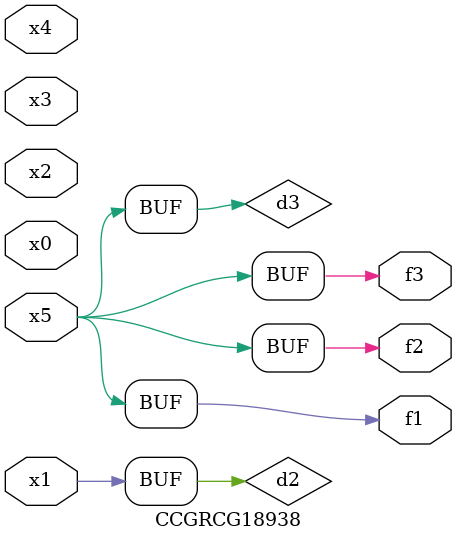
<source format=v>
module CCGRCG18938(
	input x0, x1, x2, x3, x4, x5,
	output f1, f2, f3
);

	wire d1, d2, d3;

	not (d1, x5);
	or (d2, x1);
	xnor (d3, d1);
	assign f1 = d3;
	assign f2 = d3;
	assign f3 = d3;
endmodule

</source>
